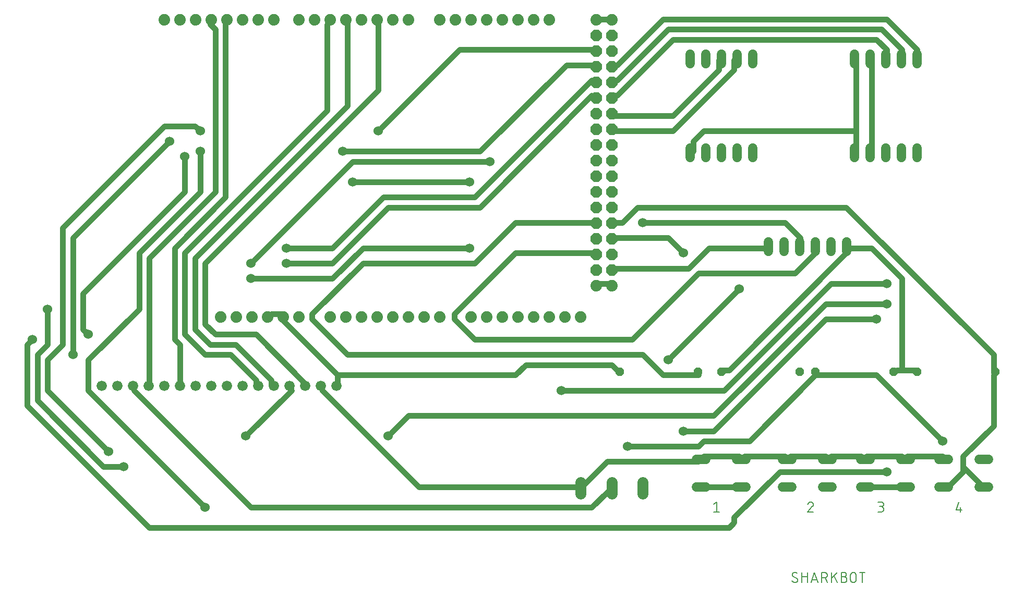
<source format=gbr>
G04 EAGLE Gerber RS-274X export*
G75*
%MOMM*%
%FSLAX34Y34*%
%LPD*%
%INTop Copper*%
%IPPOS*%
%AMOC8*
5,1,8,0,0,1.08239X$1,22.5*%
G01*
%ADD10C,0.152400*%
%ADD11C,1.879600*%
%ADD12P,2.034460X8X112.500000*%
%ADD13C,1.676400*%
%ADD14C,1.524000*%
%ADD15C,1.800000*%
%ADD16P,1.539592X8X22.500000*%
%ADD17P,1.539592X8X202.500000*%
%ADD18C,0.889000*%
%ADD19C,1.524000*%


D10*
X1131062Y178506D02*
X1135578Y182118D01*
X1135578Y165862D01*
X1140093Y165862D02*
X1131062Y165862D01*
X1288429Y182118D02*
X1288554Y182116D01*
X1288679Y182110D01*
X1288804Y182101D01*
X1288928Y182087D01*
X1289052Y182070D01*
X1289176Y182049D01*
X1289298Y182024D01*
X1289420Y181995D01*
X1289541Y181963D01*
X1289661Y181927D01*
X1289780Y181887D01*
X1289897Y181844D01*
X1290013Y181797D01*
X1290128Y181746D01*
X1290240Y181692D01*
X1290352Y181634D01*
X1290461Y181574D01*
X1290568Y181509D01*
X1290674Y181442D01*
X1290777Y181371D01*
X1290878Y181297D01*
X1290977Y181220D01*
X1291073Y181140D01*
X1291167Y181057D01*
X1291258Y180972D01*
X1291347Y180883D01*
X1291432Y180792D01*
X1291515Y180698D01*
X1291595Y180602D01*
X1291672Y180503D01*
X1291746Y180402D01*
X1291817Y180299D01*
X1291884Y180193D01*
X1291949Y180086D01*
X1292009Y179977D01*
X1292067Y179865D01*
X1292121Y179753D01*
X1292172Y179638D01*
X1292219Y179522D01*
X1292262Y179405D01*
X1292302Y179286D01*
X1292338Y179166D01*
X1292370Y179045D01*
X1292399Y178923D01*
X1292424Y178801D01*
X1292445Y178677D01*
X1292462Y178553D01*
X1292476Y178429D01*
X1292485Y178304D01*
X1292491Y178179D01*
X1292493Y178054D01*
X1288429Y182118D02*
X1288286Y182116D01*
X1288144Y182110D01*
X1288001Y182100D01*
X1287859Y182087D01*
X1287718Y182069D01*
X1287576Y182048D01*
X1287436Y182023D01*
X1287296Y181994D01*
X1287157Y181961D01*
X1287019Y181924D01*
X1286882Y181884D01*
X1286747Y181840D01*
X1286612Y181792D01*
X1286479Y181740D01*
X1286347Y181685D01*
X1286217Y181626D01*
X1286089Y181564D01*
X1285962Y181498D01*
X1285837Y181429D01*
X1285714Y181357D01*
X1285594Y181281D01*
X1285475Y181202D01*
X1285358Y181119D01*
X1285244Y181034D01*
X1285132Y180945D01*
X1285023Y180854D01*
X1284916Y180759D01*
X1284811Y180662D01*
X1284710Y180561D01*
X1284611Y180458D01*
X1284515Y180353D01*
X1284422Y180244D01*
X1284332Y180133D01*
X1284245Y180020D01*
X1284161Y179905D01*
X1284081Y179787D01*
X1284003Y179667D01*
X1283929Y179545D01*
X1283859Y179421D01*
X1283791Y179295D01*
X1283728Y179167D01*
X1283667Y179038D01*
X1283610Y178907D01*
X1283557Y178775D01*
X1283508Y178641D01*
X1283462Y178506D01*
X1291138Y174893D02*
X1291232Y174985D01*
X1291322Y175079D01*
X1291410Y175176D01*
X1291495Y175276D01*
X1291577Y175378D01*
X1291656Y175483D01*
X1291731Y175590D01*
X1291803Y175699D01*
X1291872Y175810D01*
X1291938Y175924D01*
X1292000Y176039D01*
X1292059Y176156D01*
X1292114Y176275D01*
X1292165Y176395D01*
X1292213Y176517D01*
X1292258Y176640D01*
X1292298Y176764D01*
X1292335Y176890D01*
X1292368Y177017D01*
X1292397Y177144D01*
X1292423Y177273D01*
X1292444Y177402D01*
X1292462Y177532D01*
X1292475Y177662D01*
X1292485Y177792D01*
X1292491Y177923D01*
X1292493Y178054D01*
X1291138Y174893D02*
X1283462Y165862D01*
X1292493Y165862D01*
X1397762Y165862D02*
X1402278Y165862D01*
X1402411Y165864D01*
X1402543Y165870D01*
X1402675Y165880D01*
X1402807Y165893D01*
X1402939Y165911D01*
X1403069Y165932D01*
X1403200Y165957D01*
X1403329Y165986D01*
X1403457Y166019D01*
X1403585Y166055D01*
X1403711Y166095D01*
X1403836Y166139D01*
X1403960Y166187D01*
X1404082Y166238D01*
X1404203Y166293D01*
X1404322Y166351D01*
X1404440Y166413D01*
X1404555Y166478D01*
X1404669Y166547D01*
X1404780Y166618D01*
X1404889Y166694D01*
X1404996Y166772D01*
X1405101Y166853D01*
X1405203Y166938D01*
X1405303Y167025D01*
X1405400Y167115D01*
X1405495Y167208D01*
X1405586Y167304D01*
X1405675Y167402D01*
X1405761Y167503D01*
X1405844Y167607D01*
X1405924Y167713D01*
X1406000Y167821D01*
X1406074Y167931D01*
X1406144Y168044D01*
X1406211Y168158D01*
X1406274Y168275D01*
X1406334Y168393D01*
X1406391Y168513D01*
X1406444Y168635D01*
X1406493Y168758D01*
X1406539Y168882D01*
X1406581Y169008D01*
X1406619Y169135D01*
X1406654Y169263D01*
X1406685Y169392D01*
X1406712Y169521D01*
X1406735Y169652D01*
X1406755Y169783D01*
X1406770Y169915D01*
X1406782Y170047D01*
X1406790Y170179D01*
X1406794Y170312D01*
X1406794Y170444D01*
X1406790Y170577D01*
X1406782Y170709D01*
X1406770Y170841D01*
X1406755Y170973D01*
X1406735Y171104D01*
X1406712Y171235D01*
X1406685Y171364D01*
X1406654Y171493D01*
X1406619Y171621D01*
X1406581Y171748D01*
X1406539Y171874D01*
X1406493Y171998D01*
X1406444Y172121D01*
X1406391Y172243D01*
X1406334Y172363D01*
X1406274Y172481D01*
X1406211Y172598D01*
X1406144Y172712D01*
X1406074Y172825D01*
X1406000Y172935D01*
X1405924Y173043D01*
X1405844Y173149D01*
X1405761Y173253D01*
X1405675Y173354D01*
X1405586Y173452D01*
X1405495Y173548D01*
X1405400Y173641D01*
X1405303Y173731D01*
X1405203Y173818D01*
X1405101Y173903D01*
X1404996Y173984D01*
X1404889Y174062D01*
X1404780Y174138D01*
X1404669Y174209D01*
X1404555Y174278D01*
X1404440Y174343D01*
X1404322Y174405D01*
X1404203Y174463D01*
X1404082Y174518D01*
X1403960Y174569D01*
X1403836Y174617D01*
X1403711Y174661D01*
X1403585Y174701D01*
X1403457Y174737D01*
X1403329Y174770D01*
X1403200Y174799D01*
X1403069Y174824D01*
X1402939Y174845D01*
X1402807Y174863D01*
X1402675Y174876D01*
X1402543Y174886D01*
X1402411Y174892D01*
X1402278Y174894D01*
X1403181Y182118D02*
X1397762Y182118D01*
X1403181Y182118D02*
X1403300Y182116D01*
X1403420Y182110D01*
X1403539Y182100D01*
X1403657Y182086D01*
X1403776Y182069D01*
X1403893Y182047D01*
X1404010Y182022D01*
X1404125Y181992D01*
X1404240Y181959D01*
X1404354Y181922D01*
X1404466Y181882D01*
X1404577Y181837D01*
X1404686Y181789D01*
X1404794Y181738D01*
X1404900Y181683D01*
X1405004Y181624D01*
X1405106Y181562D01*
X1405206Y181497D01*
X1405304Y181428D01*
X1405400Y181356D01*
X1405493Y181281D01*
X1405583Y181204D01*
X1405671Y181123D01*
X1405756Y181039D01*
X1405838Y180952D01*
X1405918Y180863D01*
X1405994Y180771D01*
X1406068Y180677D01*
X1406138Y180580D01*
X1406205Y180482D01*
X1406269Y180381D01*
X1406329Y180277D01*
X1406386Y180172D01*
X1406439Y180065D01*
X1406489Y179957D01*
X1406535Y179847D01*
X1406577Y179735D01*
X1406616Y179622D01*
X1406651Y179508D01*
X1406682Y179393D01*
X1406710Y179276D01*
X1406733Y179159D01*
X1406753Y179042D01*
X1406769Y178923D01*
X1406781Y178804D01*
X1406789Y178685D01*
X1406793Y178566D01*
X1406793Y178446D01*
X1406789Y178327D01*
X1406781Y178208D01*
X1406769Y178089D01*
X1406753Y177970D01*
X1406733Y177853D01*
X1406710Y177736D01*
X1406682Y177619D01*
X1406651Y177504D01*
X1406616Y177390D01*
X1406577Y177277D01*
X1406535Y177165D01*
X1406489Y177055D01*
X1406439Y176947D01*
X1406386Y176840D01*
X1406329Y176735D01*
X1406269Y176631D01*
X1406205Y176530D01*
X1406138Y176432D01*
X1406068Y176335D01*
X1405994Y176241D01*
X1405918Y176149D01*
X1405838Y176060D01*
X1405756Y175973D01*
X1405671Y175889D01*
X1405583Y175808D01*
X1405493Y175731D01*
X1405400Y175656D01*
X1405304Y175584D01*
X1405206Y175515D01*
X1405106Y175450D01*
X1405004Y175388D01*
X1404900Y175329D01*
X1404794Y175274D01*
X1404686Y175223D01*
X1404577Y175175D01*
X1404466Y175130D01*
X1404354Y175090D01*
X1404240Y175053D01*
X1404125Y175020D01*
X1404010Y174990D01*
X1403893Y174965D01*
X1403776Y174943D01*
X1403657Y174926D01*
X1403539Y174912D01*
X1403420Y174902D01*
X1403300Y174896D01*
X1403181Y174894D01*
X1403181Y174893D02*
X1399568Y174893D01*
X1524762Y169474D02*
X1528374Y182118D01*
X1524762Y169474D02*
X1533793Y169474D01*
X1531084Y173087D02*
X1531084Y165862D01*
X1267093Y55174D02*
X1267091Y55056D01*
X1267085Y54938D01*
X1267076Y54820D01*
X1267062Y54703D01*
X1267045Y54586D01*
X1267024Y54469D01*
X1266999Y54354D01*
X1266970Y54239D01*
X1266937Y54125D01*
X1266901Y54013D01*
X1266861Y53902D01*
X1266818Y53792D01*
X1266771Y53683D01*
X1266721Y53576D01*
X1266666Y53471D01*
X1266609Y53368D01*
X1266548Y53267D01*
X1266484Y53167D01*
X1266417Y53070D01*
X1266347Y52975D01*
X1266273Y52883D01*
X1266197Y52792D01*
X1266117Y52705D01*
X1266035Y52620D01*
X1265950Y52538D01*
X1265863Y52458D01*
X1265772Y52382D01*
X1265680Y52308D01*
X1265585Y52238D01*
X1265488Y52171D01*
X1265388Y52107D01*
X1265287Y52046D01*
X1265184Y51989D01*
X1265079Y51934D01*
X1264972Y51884D01*
X1264863Y51837D01*
X1264753Y51794D01*
X1264642Y51754D01*
X1264530Y51718D01*
X1264416Y51685D01*
X1264301Y51656D01*
X1264186Y51631D01*
X1264069Y51610D01*
X1263952Y51593D01*
X1263835Y51579D01*
X1263717Y51570D01*
X1263599Y51564D01*
X1263481Y51562D01*
X1263298Y51564D01*
X1263116Y51571D01*
X1262934Y51582D01*
X1262752Y51597D01*
X1262570Y51617D01*
X1262389Y51640D01*
X1262209Y51669D01*
X1262029Y51701D01*
X1261850Y51738D01*
X1261673Y51779D01*
X1261496Y51825D01*
X1261320Y51874D01*
X1261146Y51928D01*
X1260972Y51986D01*
X1260801Y52048D01*
X1260631Y52114D01*
X1260462Y52185D01*
X1260295Y52259D01*
X1260130Y52337D01*
X1259967Y52419D01*
X1259806Y52505D01*
X1259647Y52595D01*
X1259490Y52689D01*
X1259336Y52786D01*
X1259184Y52887D01*
X1259034Y52992D01*
X1258887Y53100D01*
X1258743Y53211D01*
X1258601Y53326D01*
X1258462Y53445D01*
X1258326Y53567D01*
X1258193Y53692D01*
X1258063Y53820D01*
X1258514Y64206D02*
X1258516Y64324D01*
X1258522Y64442D01*
X1258531Y64560D01*
X1258545Y64677D01*
X1258562Y64794D01*
X1258583Y64911D01*
X1258608Y65026D01*
X1258637Y65141D01*
X1258670Y65255D01*
X1258706Y65367D01*
X1258746Y65478D01*
X1258789Y65588D01*
X1258836Y65697D01*
X1258886Y65804D01*
X1258941Y65909D01*
X1258998Y66012D01*
X1259059Y66113D01*
X1259123Y66213D01*
X1259190Y66310D01*
X1259260Y66405D01*
X1259334Y66497D01*
X1259410Y66588D01*
X1259490Y66675D01*
X1259572Y66760D01*
X1259657Y66842D01*
X1259744Y66922D01*
X1259835Y66998D01*
X1259927Y67072D01*
X1260022Y67142D01*
X1260119Y67209D01*
X1260219Y67273D01*
X1260320Y67334D01*
X1260423Y67392D01*
X1260528Y67446D01*
X1260635Y67496D01*
X1260744Y67543D01*
X1260854Y67587D01*
X1260965Y67626D01*
X1261078Y67662D01*
X1261191Y67695D01*
X1261306Y67724D01*
X1261421Y67749D01*
X1261538Y67770D01*
X1261655Y67787D01*
X1261772Y67801D01*
X1261890Y67810D01*
X1262008Y67816D01*
X1262126Y67818D01*
X1262287Y67816D01*
X1262449Y67810D01*
X1262610Y67801D01*
X1262771Y67787D01*
X1262931Y67770D01*
X1263091Y67749D01*
X1263251Y67724D01*
X1263410Y67695D01*
X1263568Y67663D01*
X1263725Y67627D01*
X1263881Y67587D01*
X1264037Y67543D01*
X1264191Y67495D01*
X1264344Y67444D01*
X1264496Y67390D01*
X1264647Y67331D01*
X1264796Y67270D01*
X1264943Y67204D01*
X1265089Y67135D01*
X1265234Y67063D01*
X1265376Y66987D01*
X1265517Y66908D01*
X1265656Y66826D01*
X1265792Y66740D01*
X1265927Y66651D01*
X1266060Y66559D01*
X1266190Y66463D01*
X1260319Y61045D02*
X1260218Y61107D01*
X1260118Y61172D01*
X1260021Y61241D01*
X1259926Y61313D01*
X1259833Y61387D01*
X1259743Y61465D01*
X1259655Y61546D01*
X1259570Y61629D01*
X1259488Y61715D01*
X1259409Y61804D01*
X1259332Y61895D01*
X1259259Y61989D01*
X1259188Y62085D01*
X1259121Y62183D01*
X1259057Y62283D01*
X1258996Y62386D01*
X1258939Y62490D01*
X1258885Y62596D01*
X1258835Y62704D01*
X1258788Y62813D01*
X1258744Y62924D01*
X1258704Y63036D01*
X1258668Y63150D01*
X1258636Y63264D01*
X1258607Y63380D01*
X1258582Y63496D01*
X1258561Y63613D01*
X1258544Y63731D01*
X1258530Y63849D01*
X1258521Y63968D01*
X1258515Y64087D01*
X1258513Y64206D01*
X1265287Y58335D02*
X1265388Y58273D01*
X1265488Y58208D01*
X1265585Y58139D01*
X1265680Y58067D01*
X1265773Y57993D01*
X1265863Y57915D01*
X1265951Y57834D01*
X1266036Y57751D01*
X1266118Y57665D01*
X1266197Y57576D01*
X1266274Y57485D01*
X1266347Y57391D01*
X1266418Y57295D01*
X1266485Y57197D01*
X1266549Y57097D01*
X1266610Y56994D01*
X1266667Y56890D01*
X1266721Y56784D01*
X1266771Y56676D01*
X1266818Y56567D01*
X1266862Y56456D01*
X1266902Y56344D01*
X1266938Y56230D01*
X1266970Y56116D01*
X1266999Y56000D01*
X1267024Y55884D01*
X1267045Y55767D01*
X1267062Y55649D01*
X1267076Y55531D01*
X1267085Y55412D01*
X1267091Y55293D01*
X1267093Y55174D01*
X1265287Y58335D02*
X1260320Y61045D01*
X1273693Y67818D02*
X1273693Y51562D01*
X1273693Y60593D02*
X1282724Y60593D01*
X1282724Y67818D02*
X1282724Y51562D01*
X1288942Y51562D02*
X1294361Y67818D01*
X1299780Y51562D01*
X1298425Y55626D02*
X1290297Y55626D01*
X1306089Y51562D02*
X1306089Y67818D01*
X1310605Y67818D01*
X1310738Y67816D01*
X1310870Y67810D01*
X1311002Y67800D01*
X1311134Y67787D01*
X1311266Y67769D01*
X1311396Y67748D01*
X1311527Y67723D01*
X1311656Y67694D01*
X1311784Y67661D01*
X1311912Y67625D01*
X1312038Y67585D01*
X1312163Y67541D01*
X1312287Y67493D01*
X1312409Y67442D01*
X1312530Y67387D01*
X1312649Y67329D01*
X1312767Y67267D01*
X1312882Y67202D01*
X1312996Y67133D01*
X1313107Y67062D01*
X1313216Y66986D01*
X1313323Y66908D01*
X1313428Y66827D01*
X1313530Y66742D01*
X1313630Y66655D01*
X1313727Y66565D01*
X1313822Y66472D01*
X1313913Y66376D01*
X1314002Y66278D01*
X1314088Y66177D01*
X1314171Y66073D01*
X1314251Y65967D01*
X1314327Y65859D01*
X1314401Y65749D01*
X1314471Y65636D01*
X1314538Y65522D01*
X1314601Y65405D01*
X1314661Y65287D01*
X1314718Y65167D01*
X1314771Y65045D01*
X1314820Y64922D01*
X1314866Y64798D01*
X1314908Y64672D01*
X1314946Y64545D01*
X1314981Y64417D01*
X1315012Y64288D01*
X1315039Y64159D01*
X1315062Y64028D01*
X1315082Y63897D01*
X1315097Y63765D01*
X1315109Y63633D01*
X1315117Y63501D01*
X1315121Y63368D01*
X1315121Y63236D01*
X1315117Y63103D01*
X1315109Y62971D01*
X1315097Y62839D01*
X1315082Y62707D01*
X1315062Y62576D01*
X1315039Y62445D01*
X1315012Y62316D01*
X1314981Y62187D01*
X1314946Y62059D01*
X1314908Y61932D01*
X1314866Y61806D01*
X1314820Y61682D01*
X1314771Y61559D01*
X1314718Y61437D01*
X1314661Y61317D01*
X1314601Y61199D01*
X1314538Y61082D01*
X1314471Y60968D01*
X1314401Y60855D01*
X1314327Y60745D01*
X1314251Y60637D01*
X1314171Y60531D01*
X1314088Y60427D01*
X1314002Y60326D01*
X1313913Y60228D01*
X1313822Y60132D01*
X1313727Y60039D01*
X1313630Y59949D01*
X1313530Y59862D01*
X1313428Y59777D01*
X1313323Y59696D01*
X1313216Y59618D01*
X1313107Y59542D01*
X1312996Y59471D01*
X1312882Y59402D01*
X1312767Y59337D01*
X1312649Y59275D01*
X1312530Y59217D01*
X1312409Y59162D01*
X1312287Y59111D01*
X1312163Y59063D01*
X1312038Y59019D01*
X1311912Y58979D01*
X1311784Y58943D01*
X1311656Y58910D01*
X1311527Y58881D01*
X1311396Y58856D01*
X1311266Y58835D01*
X1311134Y58817D01*
X1311002Y58804D01*
X1310870Y58794D01*
X1310738Y58788D01*
X1310605Y58786D01*
X1310605Y58787D02*
X1306089Y58787D01*
X1311508Y58787D02*
X1315121Y51562D01*
X1322361Y51562D02*
X1322361Y67818D01*
X1331392Y67818D02*
X1322361Y57884D01*
X1325974Y61496D02*
X1331392Y51562D01*
X1337992Y60593D02*
X1342508Y60593D01*
X1342508Y60594D02*
X1342641Y60592D01*
X1342773Y60586D01*
X1342905Y60576D01*
X1343037Y60563D01*
X1343169Y60545D01*
X1343299Y60524D01*
X1343430Y60499D01*
X1343559Y60470D01*
X1343687Y60437D01*
X1343815Y60401D01*
X1343941Y60361D01*
X1344066Y60317D01*
X1344190Y60269D01*
X1344312Y60218D01*
X1344433Y60163D01*
X1344552Y60105D01*
X1344670Y60043D01*
X1344785Y59978D01*
X1344899Y59909D01*
X1345010Y59838D01*
X1345119Y59762D01*
X1345226Y59684D01*
X1345331Y59603D01*
X1345433Y59518D01*
X1345533Y59431D01*
X1345630Y59341D01*
X1345725Y59248D01*
X1345816Y59152D01*
X1345905Y59054D01*
X1345991Y58953D01*
X1346074Y58849D01*
X1346154Y58743D01*
X1346230Y58635D01*
X1346304Y58525D01*
X1346374Y58412D01*
X1346441Y58298D01*
X1346504Y58181D01*
X1346564Y58063D01*
X1346621Y57943D01*
X1346674Y57821D01*
X1346723Y57698D01*
X1346769Y57574D01*
X1346811Y57448D01*
X1346849Y57321D01*
X1346884Y57193D01*
X1346915Y57064D01*
X1346942Y56935D01*
X1346965Y56804D01*
X1346985Y56673D01*
X1347000Y56541D01*
X1347012Y56409D01*
X1347020Y56277D01*
X1347024Y56144D01*
X1347024Y56012D01*
X1347020Y55879D01*
X1347012Y55747D01*
X1347000Y55615D01*
X1346985Y55483D01*
X1346965Y55352D01*
X1346942Y55221D01*
X1346915Y55092D01*
X1346884Y54963D01*
X1346849Y54835D01*
X1346811Y54708D01*
X1346769Y54582D01*
X1346723Y54458D01*
X1346674Y54335D01*
X1346621Y54213D01*
X1346564Y54093D01*
X1346504Y53975D01*
X1346441Y53858D01*
X1346374Y53744D01*
X1346304Y53631D01*
X1346230Y53521D01*
X1346154Y53413D01*
X1346074Y53307D01*
X1345991Y53203D01*
X1345905Y53102D01*
X1345816Y53004D01*
X1345725Y52908D01*
X1345630Y52815D01*
X1345533Y52725D01*
X1345433Y52638D01*
X1345331Y52553D01*
X1345226Y52472D01*
X1345119Y52394D01*
X1345010Y52318D01*
X1344899Y52247D01*
X1344785Y52178D01*
X1344670Y52113D01*
X1344552Y52051D01*
X1344433Y51993D01*
X1344312Y51938D01*
X1344190Y51887D01*
X1344066Y51839D01*
X1343941Y51795D01*
X1343815Y51755D01*
X1343687Y51719D01*
X1343559Y51686D01*
X1343430Y51657D01*
X1343299Y51632D01*
X1343169Y51611D01*
X1343037Y51593D01*
X1342905Y51580D01*
X1342773Y51570D01*
X1342641Y51564D01*
X1342508Y51562D01*
X1337992Y51562D01*
X1337992Y67818D01*
X1342508Y67818D01*
X1342627Y67816D01*
X1342747Y67810D01*
X1342866Y67800D01*
X1342984Y67786D01*
X1343103Y67769D01*
X1343220Y67747D01*
X1343337Y67722D01*
X1343452Y67692D01*
X1343567Y67659D01*
X1343681Y67622D01*
X1343793Y67582D01*
X1343904Y67537D01*
X1344013Y67489D01*
X1344121Y67438D01*
X1344227Y67383D01*
X1344331Y67324D01*
X1344433Y67262D01*
X1344533Y67197D01*
X1344631Y67128D01*
X1344727Y67056D01*
X1344820Y66981D01*
X1344910Y66904D01*
X1344998Y66823D01*
X1345083Y66739D01*
X1345165Y66652D01*
X1345245Y66563D01*
X1345321Y66471D01*
X1345395Y66377D01*
X1345465Y66280D01*
X1345532Y66182D01*
X1345596Y66081D01*
X1345656Y65977D01*
X1345713Y65872D01*
X1345766Y65765D01*
X1345816Y65657D01*
X1345862Y65547D01*
X1345904Y65435D01*
X1345943Y65322D01*
X1345978Y65208D01*
X1346009Y65093D01*
X1346037Y64976D01*
X1346060Y64859D01*
X1346080Y64742D01*
X1346096Y64623D01*
X1346108Y64504D01*
X1346116Y64385D01*
X1346120Y64266D01*
X1346120Y64146D01*
X1346116Y64027D01*
X1346108Y63908D01*
X1346096Y63789D01*
X1346080Y63670D01*
X1346060Y63553D01*
X1346037Y63436D01*
X1346009Y63319D01*
X1345978Y63204D01*
X1345943Y63090D01*
X1345904Y62977D01*
X1345862Y62865D01*
X1345816Y62755D01*
X1345766Y62647D01*
X1345713Y62540D01*
X1345656Y62435D01*
X1345596Y62331D01*
X1345532Y62230D01*
X1345465Y62132D01*
X1345395Y62035D01*
X1345321Y61941D01*
X1345245Y61849D01*
X1345165Y61760D01*
X1345083Y61673D01*
X1344998Y61589D01*
X1344910Y61508D01*
X1344820Y61431D01*
X1344727Y61356D01*
X1344631Y61284D01*
X1344533Y61215D01*
X1344433Y61150D01*
X1344331Y61088D01*
X1344227Y61029D01*
X1344121Y60974D01*
X1344013Y60923D01*
X1343904Y60875D01*
X1343793Y60830D01*
X1343681Y60790D01*
X1343567Y60753D01*
X1343452Y60720D01*
X1343337Y60690D01*
X1343220Y60665D01*
X1343103Y60643D01*
X1342984Y60626D01*
X1342866Y60612D01*
X1342747Y60602D01*
X1342627Y60596D01*
X1342508Y60594D01*
X1352892Y63302D02*
X1352892Y56078D01*
X1352891Y63302D02*
X1352893Y63435D01*
X1352899Y63567D01*
X1352909Y63699D01*
X1352922Y63831D01*
X1352940Y63963D01*
X1352961Y64093D01*
X1352986Y64224D01*
X1353015Y64353D01*
X1353048Y64481D01*
X1353084Y64609D01*
X1353124Y64735D01*
X1353168Y64860D01*
X1353216Y64984D01*
X1353267Y65106D01*
X1353322Y65227D01*
X1353380Y65346D01*
X1353442Y65464D01*
X1353507Y65579D01*
X1353576Y65693D01*
X1353647Y65804D01*
X1353723Y65913D01*
X1353801Y66020D01*
X1353882Y66125D01*
X1353967Y66227D01*
X1354054Y66327D01*
X1354144Y66424D01*
X1354237Y66519D01*
X1354333Y66610D01*
X1354431Y66699D01*
X1354532Y66785D01*
X1354636Y66868D01*
X1354742Y66948D01*
X1354850Y67024D01*
X1354960Y67098D01*
X1355073Y67168D01*
X1355187Y67235D01*
X1355304Y67298D01*
X1355422Y67358D01*
X1355542Y67415D01*
X1355664Y67468D01*
X1355787Y67517D01*
X1355911Y67563D01*
X1356037Y67605D01*
X1356164Y67643D01*
X1356292Y67678D01*
X1356421Y67709D01*
X1356550Y67736D01*
X1356681Y67759D01*
X1356812Y67779D01*
X1356944Y67794D01*
X1357076Y67806D01*
X1357208Y67814D01*
X1357341Y67818D01*
X1357473Y67818D01*
X1357606Y67814D01*
X1357738Y67806D01*
X1357870Y67794D01*
X1358002Y67779D01*
X1358133Y67759D01*
X1358264Y67736D01*
X1358393Y67709D01*
X1358522Y67678D01*
X1358650Y67643D01*
X1358777Y67605D01*
X1358903Y67563D01*
X1359027Y67517D01*
X1359150Y67468D01*
X1359272Y67415D01*
X1359392Y67358D01*
X1359510Y67298D01*
X1359627Y67235D01*
X1359741Y67168D01*
X1359854Y67098D01*
X1359964Y67024D01*
X1360072Y66948D01*
X1360178Y66868D01*
X1360282Y66785D01*
X1360383Y66699D01*
X1360481Y66610D01*
X1360577Y66519D01*
X1360670Y66424D01*
X1360760Y66327D01*
X1360847Y66227D01*
X1360932Y66125D01*
X1361013Y66020D01*
X1361091Y65913D01*
X1361167Y65804D01*
X1361238Y65693D01*
X1361307Y65579D01*
X1361372Y65464D01*
X1361434Y65346D01*
X1361492Y65227D01*
X1361547Y65106D01*
X1361598Y64984D01*
X1361646Y64860D01*
X1361690Y64735D01*
X1361730Y64609D01*
X1361766Y64481D01*
X1361799Y64353D01*
X1361828Y64224D01*
X1361853Y64093D01*
X1361874Y63963D01*
X1361892Y63831D01*
X1361905Y63699D01*
X1361915Y63567D01*
X1361921Y63435D01*
X1361923Y63302D01*
X1361923Y56078D01*
X1361921Y55945D01*
X1361915Y55813D01*
X1361905Y55681D01*
X1361892Y55549D01*
X1361874Y55417D01*
X1361853Y55287D01*
X1361828Y55156D01*
X1361799Y55027D01*
X1361766Y54899D01*
X1361730Y54771D01*
X1361690Y54645D01*
X1361646Y54520D01*
X1361598Y54396D01*
X1361547Y54274D01*
X1361492Y54153D01*
X1361434Y54034D01*
X1361372Y53916D01*
X1361307Y53801D01*
X1361238Y53687D01*
X1361167Y53576D01*
X1361091Y53467D01*
X1361013Y53360D01*
X1360932Y53255D01*
X1360847Y53153D01*
X1360760Y53053D01*
X1360670Y52956D01*
X1360577Y52861D01*
X1360481Y52770D01*
X1360383Y52681D01*
X1360282Y52595D01*
X1360178Y52512D01*
X1360072Y52432D01*
X1359964Y52356D01*
X1359854Y52282D01*
X1359741Y52212D01*
X1359627Y52145D01*
X1359510Y52082D01*
X1359392Y52022D01*
X1359272Y51965D01*
X1359150Y51912D01*
X1359027Y51863D01*
X1358903Y51817D01*
X1358777Y51775D01*
X1358650Y51737D01*
X1358522Y51702D01*
X1358393Y51671D01*
X1358264Y51644D01*
X1358133Y51621D01*
X1358002Y51601D01*
X1357870Y51586D01*
X1357738Y51574D01*
X1357606Y51566D01*
X1357473Y51562D01*
X1357341Y51562D01*
X1357208Y51566D01*
X1357076Y51574D01*
X1356944Y51586D01*
X1356812Y51601D01*
X1356681Y51621D01*
X1356550Y51644D01*
X1356421Y51671D01*
X1356292Y51702D01*
X1356164Y51737D01*
X1356037Y51775D01*
X1355911Y51817D01*
X1355787Y51863D01*
X1355664Y51912D01*
X1355542Y51965D01*
X1355422Y52022D01*
X1355304Y52082D01*
X1355187Y52145D01*
X1355073Y52212D01*
X1354960Y52282D01*
X1354850Y52356D01*
X1354742Y52432D01*
X1354636Y52512D01*
X1354532Y52595D01*
X1354431Y52681D01*
X1354333Y52770D01*
X1354237Y52861D01*
X1354144Y52956D01*
X1354054Y53053D01*
X1353967Y53153D01*
X1353882Y53255D01*
X1353801Y53360D01*
X1353723Y53467D01*
X1353647Y53576D01*
X1353576Y53687D01*
X1353507Y53801D01*
X1353442Y53916D01*
X1353380Y54034D01*
X1353322Y54153D01*
X1353267Y54274D01*
X1353216Y54396D01*
X1353168Y54520D01*
X1353124Y54645D01*
X1353084Y54771D01*
X1353048Y54899D01*
X1353015Y55027D01*
X1352986Y55156D01*
X1352961Y55287D01*
X1352940Y55417D01*
X1352922Y55549D01*
X1352909Y55681D01*
X1352899Y55813D01*
X1352893Y55945D01*
X1352891Y56078D01*
X1371996Y51562D02*
X1371996Y67818D01*
X1367481Y67818D02*
X1376512Y67818D01*
D11*
X762000Y482600D03*
X787400Y482600D03*
X812800Y482600D03*
X838200Y482600D03*
X863600Y482600D03*
X889000Y482600D03*
X914400Y482600D03*
X736600Y482600D03*
X711200Y965200D03*
X736600Y965200D03*
X762000Y965200D03*
X787400Y965200D03*
X812800Y965200D03*
X838200Y965200D03*
X863600Y965200D03*
X685800Y965200D03*
X533400Y482600D03*
X558800Y482600D03*
X584200Y482600D03*
X609600Y482600D03*
X635000Y482600D03*
X660400Y482600D03*
X685800Y482600D03*
X508000Y482600D03*
X482600Y965200D03*
X508000Y965200D03*
X533400Y965200D03*
X558800Y965200D03*
X584200Y965200D03*
X609600Y965200D03*
X635000Y965200D03*
X457200Y965200D03*
X264160Y965200D03*
X289560Y965200D03*
X314960Y965200D03*
X340360Y965200D03*
X365760Y965200D03*
X391160Y965200D03*
X416560Y965200D03*
X238760Y965200D03*
D12*
X965200Y762000D03*
X939800Y762000D03*
X965200Y787400D03*
X939800Y787400D03*
X965200Y812800D03*
X939800Y812800D03*
X965200Y838200D03*
X939800Y838200D03*
X965200Y863600D03*
X939800Y863600D03*
X965200Y889000D03*
X939800Y889000D03*
X965200Y914400D03*
X939800Y914400D03*
X965200Y939800D03*
X939800Y939800D03*
X965200Y558800D03*
X939800Y558800D03*
X965200Y584200D03*
X939800Y584200D03*
X965200Y609600D03*
X939800Y609600D03*
X965200Y635000D03*
X939800Y635000D03*
X965200Y660400D03*
X939800Y660400D03*
X965200Y685800D03*
X939800Y685800D03*
X965200Y711200D03*
X939800Y711200D03*
X965200Y736600D03*
X939800Y736600D03*
D11*
X939800Y533400D03*
X965200Y533400D03*
X939800Y965200D03*
X965200Y965200D03*
X330200Y482600D03*
X355600Y482600D03*
X381000Y482600D03*
X406400Y482600D03*
X431800Y482600D03*
X457200Y482600D03*
D13*
X137200Y370900D03*
X162600Y370900D03*
X188000Y370900D03*
X213400Y370900D03*
X238800Y370900D03*
X264200Y370900D03*
X289600Y370900D03*
X315000Y370900D03*
X340400Y370900D03*
X365800Y370900D03*
X391200Y370900D03*
X416600Y370900D03*
X442000Y370900D03*
X467400Y370900D03*
X492800Y370900D03*
X518200Y370900D03*
D14*
X1346200Y589280D02*
X1346200Y604520D01*
X1320800Y604520D02*
X1320800Y589280D01*
X1295400Y589280D02*
X1295400Y604520D01*
X1270000Y604520D02*
X1270000Y589280D01*
X1244600Y589280D02*
X1244600Y604520D01*
X1219200Y604520D02*
X1219200Y589280D01*
X1358900Y894080D02*
X1358900Y909320D01*
X1384300Y909320D02*
X1384300Y894080D01*
X1409700Y894080D02*
X1409700Y909320D01*
X1435100Y909320D02*
X1435100Y894080D01*
X1460500Y894080D02*
X1460500Y909320D01*
X1092200Y909320D02*
X1092200Y894080D01*
X1117600Y894080D02*
X1117600Y909320D01*
X1143000Y909320D02*
X1143000Y894080D01*
X1168400Y894080D02*
X1168400Y909320D01*
X1193800Y909320D02*
X1193800Y894080D01*
X1092200Y756920D02*
X1092200Y741680D01*
X1117600Y741680D02*
X1117600Y756920D01*
X1143000Y756920D02*
X1143000Y741680D01*
X1168400Y741680D02*
X1168400Y756920D01*
X1193800Y756920D02*
X1193800Y741680D01*
X1358900Y741680D02*
X1358900Y756920D01*
X1384300Y756920D02*
X1384300Y741680D01*
X1409700Y741680D02*
X1409700Y756920D01*
X1435100Y756920D02*
X1435100Y741680D01*
X1460500Y741680D02*
X1460500Y756920D01*
D15*
X915200Y213700D02*
X915200Y195700D01*
X965200Y195700D02*
X965200Y213700D01*
X1015200Y213700D02*
X1015200Y195700D01*
D16*
X977900Y393700D03*
X1104900Y393700D03*
X1143000Y393700D03*
X1270000Y393700D03*
D17*
X1422400Y393700D03*
X1295400Y393700D03*
D16*
X1460500Y393700D03*
X1587500Y393700D03*
D14*
X1183132Y205994D02*
X1167892Y205994D01*
X1167892Y251206D02*
X1183132Y251206D01*
X1118108Y205994D02*
X1102868Y205994D01*
X1102868Y251206D02*
X1118108Y251206D01*
X1307592Y205994D02*
X1322832Y205994D01*
X1322832Y251206D02*
X1307592Y251206D01*
X1257808Y205994D02*
X1242568Y205994D01*
X1242568Y251206D02*
X1257808Y251206D01*
X1434592Y205994D02*
X1449832Y205994D01*
X1449832Y251206D02*
X1434592Y251206D01*
X1384808Y205994D02*
X1369568Y205994D01*
X1369568Y251206D02*
X1384808Y251206D01*
X1561592Y205994D02*
X1576832Y205994D01*
X1576832Y251206D02*
X1561592Y251206D01*
X1511808Y205994D02*
X1496568Y205994D01*
X1496568Y251206D02*
X1511808Y251206D01*
D18*
X214630Y371475D02*
X214630Y577850D01*
X321945Y685165D01*
X321945Y949325D01*
X313690Y957580D01*
X214630Y371475D02*
X213400Y370900D01*
X313690Y957580D02*
X314960Y965200D01*
X264160Y437515D02*
X264160Y371475D01*
X264160Y437515D02*
X255905Y445770D01*
X255905Y594360D01*
X338455Y676910D01*
X338455Y957580D01*
X264160Y371475D02*
X264200Y370900D01*
X338455Y957580D02*
X340360Y965200D01*
X387985Y379730D02*
X387985Y371475D01*
X387985Y379730D02*
X346710Y421005D01*
X305435Y421005D01*
X272415Y454025D01*
X272415Y586105D01*
X503555Y817245D01*
X503555Y957580D01*
X391200Y370900D02*
X387985Y371475D01*
X503555Y957580D02*
X508000Y965200D01*
X412750Y379730D02*
X412750Y371475D01*
X412750Y379730D02*
X354965Y437515D01*
X313690Y437515D01*
X288925Y462280D01*
X288925Y577850D01*
X536575Y825500D01*
X536575Y957580D01*
X416600Y370900D02*
X412750Y371475D01*
X536575Y957580D02*
X533400Y965200D01*
X387985Y454025D02*
X470535Y371475D01*
X387985Y454025D02*
X321945Y454025D01*
X305435Y470535D01*
X305435Y569595D01*
X586105Y850265D01*
X586105Y957580D01*
X470535Y371475D02*
X467400Y370900D01*
X586105Y957580D02*
X584200Y965200D01*
X1238250Y231140D02*
X1411605Y231140D01*
X1238250Y231140D02*
X1163955Y156845D01*
X1163955Y148590D01*
X1155700Y140335D01*
X214630Y140335D01*
X16510Y338455D01*
X16510Y437515D01*
X24765Y445770D01*
X379730Y569595D02*
X544830Y734695D01*
X767715Y734695D01*
D19*
X1411605Y231140D03*
X24765Y445770D03*
X379730Y569595D03*
X767715Y734695D03*
D18*
X1163955Y883285D02*
X1163955Y899795D01*
X1163955Y883285D02*
X1064895Y784225D01*
X965835Y784225D01*
X1163955Y899795D02*
X1168400Y901700D01*
X965200Y787400D02*
X965835Y784225D01*
X1139190Y883285D02*
X1139190Y899795D01*
X1139190Y883285D02*
X1064895Y808990D01*
X965835Y808990D01*
X1139190Y899795D02*
X1143000Y901700D01*
X965200Y812800D02*
X965835Y808990D01*
X1461135Y908050D02*
X1461135Y916305D01*
X1411605Y965835D01*
X1048385Y965835D01*
X974090Y891540D01*
X965835Y891540D01*
X1460500Y901700D02*
X1461135Y908050D01*
X965835Y891540D02*
X965200Y889000D01*
X1436370Y908050D02*
X1436370Y916305D01*
X1403350Y949325D01*
X1056640Y949325D01*
X974090Y866775D01*
X965835Y866775D01*
X1435100Y901700D02*
X1436370Y908050D01*
X965835Y866775D02*
X965200Y863600D01*
X1411605Y908050D02*
X1411605Y916305D01*
X1395095Y932815D01*
X1064895Y932815D01*
X974090Y842010D01*
X965835Y842010D01*
X1409700Y901700D02*
X1411605Y908050D01*
X965835Y842010D02*
X965200Y838200D01*
X1172210Y528320D02*
X1056640Y412750D01*
X173355Y239395D02*
X140335Y239395D01*
X33020Y346710D01*
X33020Y421005D01*
X49530Y437515D01*
X49530Y495300D01*
X437515Y594360D02*
X511810Y594360D01*
X594360Y676910D01*
X742950Y676910D01*
X932815Y866775D01*
X939800Y863600D01*
D19*
X1172210Y528320D03*
X1056640Y412750D03*
X173355Y239395D03*
X49530Y495300D03*
X437515Y594360D03*
D18*
X437515Y569595D02*
X511810Y569595D01*
X602615Y660400D01*
X751205Y660400D01*
X932815Y842010D01*
X939800Y838200D01*
D19*
X437515Y569595D03*
D18*
X1312545Y503555D02*
X1411605Y503555D01*
X1312545Y503555D02*
X1130935Y321945D01*
X635635Y321945D01*
X602615Y288925D01*
X148590Y264160D02*
X49530Y363220D01*
X49530Y412750D01*
X74295Y437515D01*
X74295Y627380D01*
X239395Y792480D01*
X288925Y792480D01*
X297180Y784225D01*
X586105Y784225D02*
X718185Y916305D01*
X932815Y916305D01*
X939800Y914400D01*
D19*
X1411605Y503555D03*
X602615Y288925D03*
X148590Y264160D03*
X297180Y784225D03*
X586105Y784225D03*
D18*
X1320800Y536575D02*
X1411605Y536575D01*
X1320800Y536575D02*
X1147445Y363220D01*
X883285Y363220D01*
D19*
X1411605Y536575D03*
X883285Y363220D03*
D18*
X1312545Y478790D02*
X1395095Y478790D01*
X1312545Y478790D02*
X1130935Y297180D01*
X1081405Y297180D01*
X305435Y173355D02*
X115570Y363220D01*
X115570Y412750D01*
X198120Y495300D01*
X198120Y586105D01*
X297180Y685165D01*
X297180Y751205D01*
X528320Y751205D02*
X751205Y751205D01*
X891540Y891540D01*
X932815Y891540D01*
X939800Y889000D01*
D19*
X1395095Y478790D03*
X1081405Y297180D03*
X305435Y173355D03*
X297180Y751205D03*
X528320Y751205D03*
D18*
X1386840Y751205D02*
X1386840Y899795D01*
X1386840Y751205D02*
X1384300Y749300D01*
X1386840Y899795D02*
X1384300Y901700D01*
X957580Y965835D02*
X941070Y965835D01*
X939800Y965200D01*
X957580Y965835D02*
X965200Y965200D01*
X1114425Y255905D02*
X1172210Y255905D01*
X1114425Y255905D02*
X1110488Y251206D01*
X1172210Y255905D02*
X1175512Y251206D01*
X957580Y247650D02*
X916305Y206375D01*
X957580Y247650D02*
X1106170Y247650D01*
X916305Y206375D02*
X915200Y204700D01*
X1106170Y247650D02*
X1110488Y251206D01*
X1444625Y255905D02*
X1502410Y255905D01*
X1444625Y255905D02*
X1442212Y251206D01*
X1502410Y255905D02*
X1504188Y251206D01*
X1312545Y255905D02*
X1254760Y255905D01*
X1250188Y251206D01*
X1312545Y255905D02*
X1315212Y251206D01*
X1320800Y255905D02*
X1370330Y255905D01*
X1377188Y251206D01*
X1320800Y255905D02*
X1315212Y251206D01*
X1378585Y255905D02*
X1436370Y255905D01*
X1442212Y251206D01*
X1378585Y255905D02*
X1377188Y251206D01*
X1246505Y255905D02*
X1180465Y255905D01*
X1175512Y251206D01*
X1246505Y255905D02*
X1250188Y251206D01*
X652145Y206375D02*
X495300Y363220D01*
X652145Y206375D02*
X908050Y206375D01*
X495300Y363220D02*
X492800Y370900D01*
X908050Y206375D02*
X915200Y204700D01*
X429260Y487045D02*
X412750Y487045D01*
X429260Y487045D02*
X431800Y482600D01*
X412750Y487045D02*
X406400Y482600D01*
X520065Y387985D02*
X520065Y371475D01*
X520065Y387985D02*
X429260Y478790D01*
X518200Y370900D02*
X520065Y371475D01*
X429260Y478790D02*
X431800Y482600D01*
X1362075Y784225D02*
X1362075Y899795D01*
X1362075Y784225D02*
X1362075Y751205D01*
X1358900Y749300D01*
X1362075Y899795D02*
X1358900Y901700D01*
X957580Y536575D02*
X941070Y536575D01*
X939800Y533400D01*
X957580Y536575D02*
X965200Y533400D01*
X1114425Y784225D02*
X1362075Y784225D01*
X1114425Y784225D02*
X1097915Y767715D01*
X1097915Y751205D01*
X1092200Y749300D01*
X1436370Y396240D02*
X1461135Y396240D01*
X1436370Y396240D02*
X1428115Y396240D01*
X1422400Y393700D01*
X1460500Y393700D02*
X1461135Y396240D01*
X1386840Y594360D02*
X1345565Y594360D01*
X1386840Y594360D02*
X1436370Y544830D01*
X1436370Y396240D01*
X1345565Y586105D02*
X1345565Y594360D01*
X1345565Y586105D02*
X1155700Y396240D01*
X1147445Y396240D01*
X1345565Y594360D02*
X1346200Y596900D01*
X1147445Y396240D02*
X1143000Y393700D01*
X808990Y387985D02*
X520065Y387985D01*
X808990Y387985D02*
X825500Y404495D01*
X965835Y404495D01*
X974090Y396240D01*
X977900Y393700D01*
X1296035Y586105D02*
X1296035Y594360D01*
X1296035Y586105D02*
X1263015Y553085D01*
X1106170Y553085D01*
X998855Y445770D01*
X742950Y445770D01*
X709930Y478790D01*
X709930Y487045D01*
X808990Y586105D01*
X932815Y586105D01*
X1295400Y596900D02*
X1296035Y594360D01*
X939800Y584200D02*
X932815Y586105D01*
X1271270Y602615D02*
X1271270Y610870D01*
X1246505Y635635D01*
X1015365Y635635D01*
X1270000Y596900D02*
X1271270Y602615D01*
D19*
X1015365Y635635D03*
D18*
X511810Y544830D02*
X379730Y544830D01*
X511810Y544830D02*
X561340Y594360D01*
X734695Y594360D01*
D19*
X379730Y544830D03*
X734695Y594360D03*
D18*
X1122680Y594360D02*
X1213485Y594360D01*
X1122680Y594360D02*
X1089660Y561340D01*
X965835Y561340D01*
X1213485Y594360D02*
X1219200Y596900D01*
X965835Y561340D02*
X965200Y558800D01*
X445770Y363220D02*
X371475Y288925D01*
X90805Y421005D02*
X90805Y610870D01*
X247650Y767715D01*
X442000Y370900D02*
X445770Y363220D01*
D19*
X371475Y288925D03*
X90805Y421005D03*
X247650Y767715D03*
D18*
X189865Y363220D02*
X379730Y173355D01*
X932815Y173355D01*
X957580Y198120D01*
X189865Y363220D02*
X188000Y370900D01*
X957580Y198120D02*
X965200Y204700D01*
X1114425Y206375D02*
X1172210Y206375D01*
X1175512Y205994D01*
X1114425Y206375D02*
X1110488Y205994D01*
X932815Y635635D02*
X808990Y635635D01*
X742950Y569595D01*
X561340Y569595D01*
X478790Y487045D01*
X478790Y478790D01*
X536575Y421005D01*
X1015365Y421005D01*
X1048385Y387985D01*
X1106170Y387985D01*
X939800Y635000D02*
X932815Y635635D01*
X1104900Y393700D02*
X1106170Y387985D01*
X1056640Y610870D02*
X965835Y610870D01*
X1056640Y610870D02*
X1081405Y586105D01*
X965835Y610870D02*
X965200Y609600D01*
D19*
X1081405Y586105D03*
D18*
X1296035Y387985D02*
X1395095Y387985D01*
X1502410Y280670D01*
X1436370Y206375D02*
X1378585Y206375D01*
X1377188Y205994D01*
X1436370Y206375D02*
X1442212Y205994D01*
X734695Y701675D02*
X544830Y701675D01*
X272415Y685165D02*
X272415Y742950D01*
X272415Y685165D02*
X107315Y520065D01*
X107315Y462280D01*
X115570Y454025D01*
X990600Y272415D02*
X1106170Y272415D01*
X1114425Y280670D01*
X1188720Y280670D01*
X1296035Y387985D01*
X1295400Y393700D01*
D19*
X1502410Y280670D03*
X734695Y701675D03*
X544830Y701675D03*
X272415Y742950D03*
X115570Y454025D03*
X990600Y272415D03*
D18*
X1584960Y305435D02*
X1584960Y387985D01*
X1584960Y305435D02*
X1535430Y255905D01*
X1535430Y239395D02*
X1535430Y231140D01*
X1535430Y239395D02*
X1535430Y255905D01*
X1535430Y231140D02*
X1510665Y206375D01*
X1584960Y387985D02*
X1587500Y393700D01*
X1510665Y206375D02*
X1504188Y205994D01*
X1535430Y239395D02*
X1568450Y206375D01*
X1569212Y205994D01*
X982345Y635635D02*
X965835Y635635D01*
X982345Y635635D02*
X1007110Y660400D01*
X1345565Y660400D01*
X1584960Y421005D01*
X1584960Y396240D01*
X965835Y635635D02*
X965200Y635000D01*
X1584960Y396240D02*
X1587500Y393700D01*
M02*

</source>
